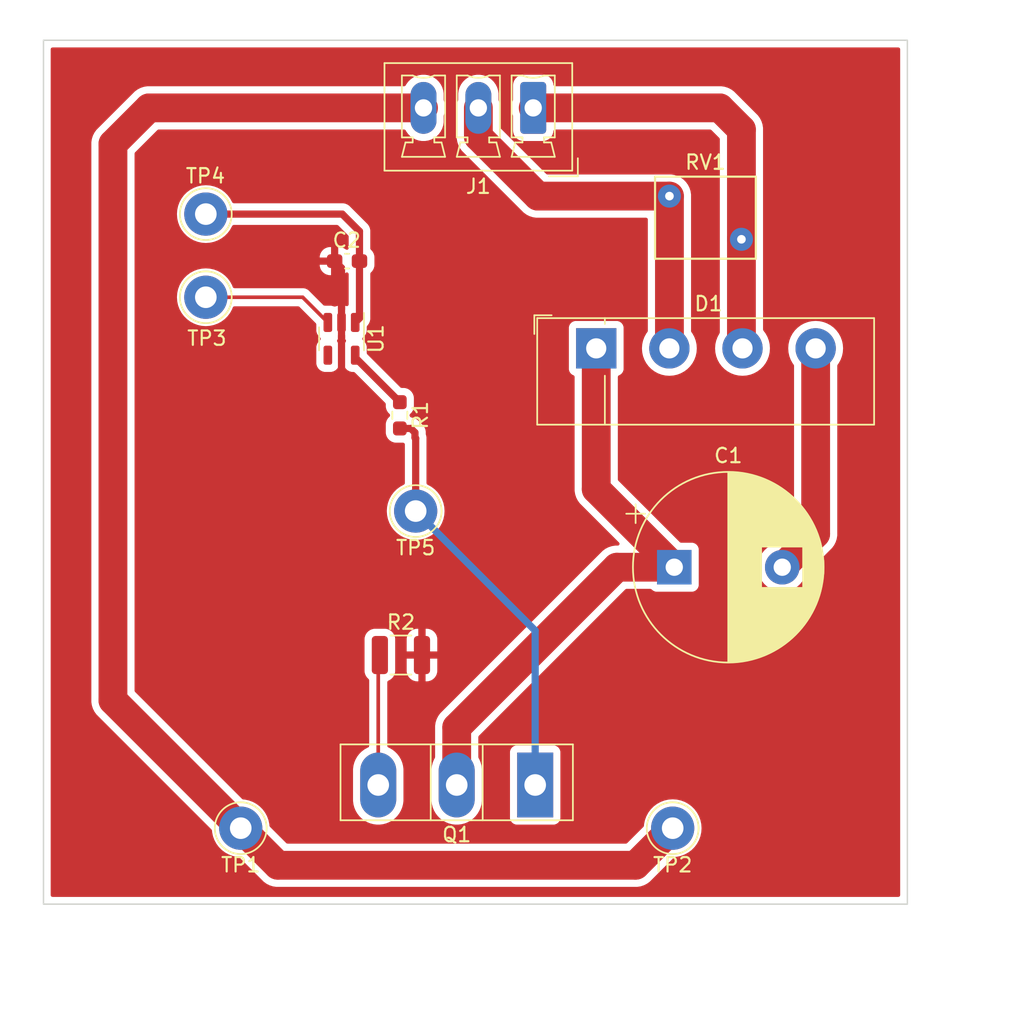
<source format=kicad_pcb>
(kicad_pcb (version 20240108) (generator "pcbnew") (generator_version "8.0")
  (layers (0 "F.Cu" signal) (31 "B.Cu" signal) (34 "B.Paste" user) (35 "F.Paste" user) (36 "B.SilkS" user "B.Silkscreen") (37 "F.SilkS" user "F.Silkscreen") (38 "B.Mask" user) (39 "F.Mask" user) (44 "Edge.Cuts" user))
  (net 0 "")
  (net 1 "GND")
  (net 2 "/+320DC")
  (net 3 "/+20DC")
  (net 4 "/N")
  (net 5 "/L")
  (net 6 "/PE")
  (net 7 "Net-(Q1-S)")
  (net 8 "Net-(Q1-G)")
  (net 9 "Net-(U1-OUT)")
  (net 10 "/PWM")
  (net 12 "Net-(D1--)")
  (footprint "Capacitor_THT:CP_Radial_D13.0mm_P7.50mm" (layer "F.Cu") (at 128.109785 69.875)
    (property "Reference" "C1" (at 3.75 -7.75 0) (layer "F.SilkS"))
    (property "Value" "300uF")
    (fp_line (start -3.334569 -3.715) (end -2.034569 -3.715) (stroke (width 0.12)) (layer "F.SilkS"))
    (fp_line (start -2.684569 -4.365) (end -2.684569 -3.065) (stroke (width 0.12)) (layer "F.SilkS"))
    (fp_line (start 3.75 -6.58) (end 3.75 6.58) (stroke (width 0.12)) (layer "F.SilkS"))
    (fp_line (start 3.79 -6.58) (end 3.79 6.58) (stroke (width 0.12)) (layer "F.SilkS"))
    (fp_line (start 3.83 -6.58) (end 3.83 6.58) (stroke (width 0.12)) (layer "F.SilkS"))
    (fp_line (start 3.87 -6.579) (end 3.87 6.579) (stroke (width 0.12)) (layer "F.SilkS"))
    (fp_line (start 3.91 -6.579) (end 3.91 6.579) (stroke (width 0.12)) (layer "F.SilkS"))
    (fp_line (start 3.95 -6.577) (end 3.95 6.577) (stroke (width 0.12)) (layer "F.SilkS"))
    (fp_line (start 3.99 -6.576) (end 3.99 6.576) (stroke (width 0.12)) (layer "F.SilkS"))
    (fp_line (start 4.03 -6.575) (end 4.03 6.575) (stroke (width 0.12)) (layer "F.SilkS"))
    (fp_line (start 4.07 -6.573) (end 4.07 6.573) (stroke (width 0.12)) (layer "F.SilkS"))
    (fp_line (start 4.11 -6.571) (end 4.11 6.571) (stroke (width 0.12)) (layer "F.SilkS"))
    (fp_line (start 4.15 -6.568) (end 4.15 6.568) (stroke (width 0.12)) (layer "F.SilkS"))
    (fp_line (start 4.19 -6.566) (end 4.19 6.566) (stroke (width 0.12)) (layer "F.SilkS"))
    (fp_line (start 4.23 -6.563) (end 4.23 6.563) (stroke (width 0.12)) (layer "F.SilkS"))
    (fp_line (start 4.27 -6.56) (end 4.27 6.56) (stroke (width 0.12)) (layer "F.SilkS"))
    (fp_line (start 4.31 -6.557) (end 4.31 6.557) (stroke (width 0.12)) (layer "F.SilkS"))
    (fp_line (start 4.35 -6.553) (end 4.35 6.553) (stroke (width 0.12)) (layer "F.SilkS"))
    (fp_line (start 4.39 -6.549) (end 4.39 6.549) (stroke (width 0.12)) (layer "F.SilkS"))
    (fp_line (start 4.43 -6.545) (end 4.43 6.545) (stroke (width 0.12)) (layer "F.SilkS"))
    (fp_line (start 4.471 -6.541) (end 4.471 6.541) (stroke (width 0.12)) (layer "F.SilkS"))
    (fp_line (start 4.511 -6.537) (end 4.511 6.537) (stroke (width 0.12)) (layer "F.SilkS"))
    (fp_line (start 4.551 -6.532) (end 4.551 6.532) (stroke (width 0.12)) (layer "F.SilkS"))
    (fp_line (start 4.591 -6.527) (end 4.591 6.527) (stroke (width 0.12)) (layer "F.SilkS"))
    (fp_line (start 4.631 -6.522) (end 4.631 6.522) (stroke (width 0.12)) (layer "F.SilkS"))
    (fp_line (start 4.671 -6.516) (end 4.671 6.516) (stroke (width 0.12)) (layer "F.SilkS"))
    (fp_line (start 4.711 -6.511) (end 4.711 6.511) (stroke (width 0.12)) (layer "F.SilkS"))
    (fp_line (start 4.751 -6.505) (end 4.751 6.505) (stroke (width 0.12)) (layer "F.SilkS"))
    (fp_line (start 4.791 -6.498) (end 4.791 6.498) (stroke (width 0.12)) (layer "F.SilkS"))
    (fp_line (start 4.831 -6.492) (end 4.831 6.492) (stroke (width 0.12)) (layer "F.SilkS"))
    (fp_line (start 4.871 -6.485) (end 4.871 6.485) (stroke (width 0.12)) (layer "F.SilkS"))
    (fp_line (start 4.911 -6.478) (end 4.911 6.478) (stroke (width 0.12)) (layer "F.SilkS"))
    (fp_line (start 4.951 -6.471) (end 4.951 6.471) (stroke (width 0.12)) (layer "F.SilkS"))
    (fp_line (start 4.991 -6.463) (end 4.991 6.463) (stroke (width 0.12)) (layer "F.SilkS"))
    (fp_line (start 5.031 -6.456) (end 5.031 6.456) (stroke (width 0.12)) (layer "F.SilkS"))
    (fp_line (start 5.071 -6.448) (end 5.071 6.448) (stroke (width 0.12)) (layer "F.SilkS"))
    (fp_line (start 5.111 -6.439) (end 5.111 6.439) (stroke (width 0.12)) (layer "F.SilkS"))
    (fp_line (start 5.151 -6.431) (end 5.151 6.431) (stroke (width 0.12)) (layer "F.SilkS"))
    (fp_line (start 5.191 -6.422) (end 5.191 6.422) (stroke (width 0.12)) (layer "F.SilkS"))
    (fp_line (start 5.231 -6.413) (end 5.231 6.413) (stroke (width 0.12)) (layer "F.SilkS"))
    (fp_line (start 5.271 -6.404) (end 5.271 6.404) (stroke (width 0.12)) (layer "F.SilkS"))
    (fp_line (start 5.311 -6.394) (end 5.311 6.394) (stroke (width 0.12)) (layer "F.SilkS"))
    (fp_line (start 5.351 -6.384) (end 5.351 6.384) (stroke (width 0.12)) (layer "F.SilkS"))
    (fp_line (start 5.391 -6.374) (end 5.391 6.374) (stroke (width 0.12)) (layer "F.SilkS"))
    (fp_line (start 5.431 -6.364) (end 5.431 6.364) (stroke (width 0.12)) (layer "F.SilkS"))
    (fp_line (start 5.471 -6.353) (end 5.471 6.353) (stroke (width 0.12)) (layer "F.SilkS"))
    (fp_line (start 5.511 -6.342) (end 5.511 6.342) (stroke (width 0.12)) (layer "F.SilkS"))
    (fp_line (start 5.551 -6.331) (end 5.551 6.331) (stroke (width 0.12)) (layer "F.SilkS"))
    (fp_line (start 5.591 -6.32) (end 5.591 6.32) (stroke (width 0.12)) (layer "F.SilkS"))
    (fp_line (start 5.631 -6.308) (end 5.631 6.308) (stroke (width 0.12)) (layer "F.SilkS"))
    (fp_line (start 5.671 -6.296) (end 5.671 6.296) (stroke (width 0.12)) (layer "F.SilkS"))
    (fp_line (start 5.711 -6.284) (end 5.711 6.284) (stroke (width 0.12)) (layer "F.SilkS"))
    (fp_line (start 5.751 -6.271) (end 5.751 6.271) (stroke (width 0.12)) (layer "F.SilkS"))
    (fp_line (start 5.791 -6.258) (end 5.791 6.258) (stroke (width 0.12)) (layer "F.SilkS"))
    (fp_line (start 5.831 -6.245) (end 5.831 6.245) (stroke (width 0.12)) (layer "F.SilkS"))
    (fp_line (start 5.871 -6.232) (end 5.871 6.232) (stroke (width 0.12)) (layer "F.SilkS"))
    (fp_line (start 5.911 -6.218) (end 5.911 6.218) (stroke (width 0.12)) (layer "F.SilkS"))
    (fp_line (start 5.951 -6.204) (end 5.951 6.204) (stroke (width 0.12)) (layer "F.SilkS"))
    (fp_line (start 5.991 -6.19) (end 5.991 6.19) (stroke (width 0.12)) (layer "F.SilkS"))
    (fp_line (start 6.031 -6.175) (end 6.031 6.175) (stroke (width 0.12)) (layer "F.SilkS"))
    (fp_line (start 6.071 -6.161) (end 6.071 -1.44) (stroke (width 0.12)) (layer "F.SilkS"))
    (fp_line (start 6.071 1.44) (end 6.071 6.161) (stroke (width 0.12)) (layer "F.SilkS"))
    (fp_line (start 6.111 -6.146) (end 6.111 -1.44) (stroke (width 0.12)) (layer "F.SilkS"))
    (fp_line (start 6.111 1.44) (end 6.111 6.146) (stroke (width 0.12)) (layer "F.SilkS"))
    (fp_line (start 6.151 -6.13) (end 6.151 -1.44) (stroke (width 0.12)) (layer "F.SilkS"))
    (fp_line (start 6.151 1.44) (end 6.151 6.13) (stroke (width 0.12)) (layer "F.SilkS"))
    (fp_line (start 6.191 -6.114) (end 6.191 -1.44) (stroke (width 0.12)) (layer "F.SilkS"))
    (fp_line (start 6.191 1.44) (end 6.191 6.114) (stroke (width 0.12)) (layer "F.SilkS"))
    (fp_line (start 6.231 -6.098) (end 6.231 -1.44) (stroke (width 0.12)) (layer "F.SilkS"))
    (fp_line (start 6.231 1.44) (end 6.231 6.098) (stroke (width 0.12)) (layer "F.SilkS"))
    (fp_line (start 6.271 -6.082) (end 6.271 -1.44) (stroke (width 0.12)) (layer "F.SilkS"))
    (fp_line (start 6.271 1.44) (end 6.271 6.082) (stroke (width 0.12)) (layer "F.SilkS"))
    (fp_line (start 6.311 -6.065) (end 6.311 -1.44) (stroke (width 0.12)) (layer "F.SilkS"))
    (fp_line (start 6.311 1.44) (end 6.311 6.065) (stroke (width 0.12)) (layer "F.SilkS"))
    (fp_line (start 6.351 -6.049) (end 6.351 -1.44) (stroke (width 0.12)) (layer "F.SilkS"))
    (fp_line (start 6.351 1.44) (end 6.351 6.049) (stroke (width 0.12)) (layer "F.SilkS"))
    (fp_line (start 6.391 -6.031) (end 6.391 -1.44) (stroke (width 0.12)) (layer "F.SilkS"))
    (fp_line (start 6.391 1.44) (end 6.391 6.031) (stroke (width 0.12)) (layer "F.SilkS"))
    (fp_line (start 6.431 -6.014) (end 6.431 -1.44) (stroke (width 0.12)) (layer "F.SilkS"))
    (fp_line (start 6.431 1.44) (end 6.431 6.014) (stroke (width 0.12)) (layer "F.SilkS"))
    (fp_line (start 6.471 -5.996) (end 6.471 -1.44) (stroke (width 0.12)) (layer "F.SilkS"))
    (fp_line (start 6.471 1.44) (end 6.471 5.996) (stroke (width 0.12)) (layer "F.SilkS"))
    (fp_line (start 6.511 -5.978) (end 6.511 -1.44) (stroke (width 0.12)) (layer "F.SilkS"))
    (fp_line (start 6.511 1.44) (end 6.511 5.978) (stroke (width 0.12)) (layer "F.SilkS"))
    (fp_line (start 6.551 -5.959) (end 6.551 -1.44) (stroke (width 0.12)) (layer "F.SilkS"))
    (fp_line (start 6.551 1.44) (end 6.551 5.959) (stroke (width 0.12)) (layer "F.SilkS"))
    (fp_line (start 6.591 -5.94) (end 6.591 -1.44) (stroke (width 0.12)) (layer "F.SilkS"))
    (fp_line (start 6.591 1.44) (end 6.591 5.94) (stroke (width 0.12)) (layer "F.SilkS"))
    (fp_line (start 6.631 -5.921) (end 6.631 -1.44) (stroke (width 0.12)) (layer "F.SilkS"))
    (fp_line (start 6.631 1.44) (end 6.631 5.921) (stroke (width 0.12)) (layer "F.SilkS"))
    (fp_line (start 6.671 -5.902) (end 6.671 -1.44) (stroke (width 0.12)) (layer "F.SilkS"))
    (fp_line (start 6.671 1.44) (end 6.671 5.902) (stroke (width 0.12)) (layer "F.SilkS"))
    (fp_line (start 6.711 -5.882) (end 6.711 -1.44) (stroke (width 0.12)) (layer "F.SilkS"))
    (fp_line (start 6.711 1.44) (end 6.711 5.882) (stroke (width 0.12)) (layer "F.SilkS"))
    (fp_line (start 6.751 -5.862) (end 6.751 -1.44) (stroke (width 0.12)) (layer "F.SilkS"))
    (fp_line (start 6.751 1.44) (end 6.751 5.862) (stroke (width 0.12)) (layer "F.SilkS"))
    (fp_line (start 6.791 -5.841) (end 6.791 -1.44) (stroke (width 0.12)) (layer "F.SilkS"))
    (fp_line (start 6.791 1.44) (end 6.791 5.841) (stroke (width 0.12)) (layer "F.SilkS"))
    (fp_line (start 6.831 -5.82) (end 6.831 -1.44) (stroke (width 0.12)) (layer "F.SilkS"))
    (fp_line (start 6.831 1.44) (end 6.831 5.82) (stroke (width 0.12)) (layer "F.SilkS"))
    (fp_line (start 6.871 -5.799) (end 6.871 -1.44) (stroke (width 0.12)) (layer "F.SilkS"))
    (fp_line (start 6.871 1.44) (end 6.871 5.799) (stroke (width 0.12)) (layer "F.SilkS"))
    (fp_line (start 6.911 -5.778) (end 6.911 -1.44) (stroke (width 0.12)) (layer "F.SilkS"))
    (fp_line (start 6.911 1.44) (end 6.911 5.778) (stroke (width 0.12)) (layer "F.SilkS"))
    (fp_line (start 6.951 -5.756) (end 6.951 -1.44) (stroke (width 0.12)) (layer "F.SilkS"))
    (fp_line (start 6.951 1.44) (end 6.951 5.756) (stroke (width 0.12)) (layer "F.SilkS"))
    (fp_line (start 6.991 -5.733) (end 6.991 -1.44) (stroke (width 0.12)) (layer "F.SilkS"))
    (fp_line (start 6.991 1.44) (end 6.991 5.733) (stroke (width 0.12)) (layer "F.SilkS"))
    (fp_line (start 7.031 -5.711) (end 7.031 -1.44) (stroke (width 0.12)) (layer "F.SilkS"))
    (fp_line (start 7.031 1.44) (end 7.031 5.711) (stroke (width 0.12)) (layer "F.SilkS"))
    (fp_line (start 7.071 -5.688) (end 7.071 -1.44) (stroke (width 0.12)) (layer "F.SilkS"))
    (fp_line (start 7.071 1.44) (end 7.071 5.688) (stroke (width 0.12)) (layer "F.SilkS"))
    (fp_line (start 7.111 -5.664) (end 7.111 -1.44) (stroke (width 0.12)) (layer "F.SilkS"))
    (fp_line (start 7.111 1.44) (end 7.111 5.664) (stroke (width 0.12)) (layer "F.SilkS"))
    (fp_line (start 7.151 -5.641) (end 7.151 -1.44) (stroke (width 0.12)) (layer "F.SilkS"))
    (fp_line (start 7.151 1.44) (end 7.151 5.641) (stroke (width 0.12)) (layer "F.SilkS"))
    (fp_line (start 7.191 -5.617) (end 7.191 -1.44) (stroke (width 0.12)) (layer "F.SilkS"))
    (fp_line (start 7.191 1.44) (end 7.191 5.617) (stroke (width 0.12)) (layer "F.SilkS"))
    (fp_line (start 7.231 -5.592) (end 7.231 -1.44) (stroke (width 0.12)) (layer "F.SilkS"))
    (fp_line (start 7.231 1.44) (end 7.231 5.592) (stroke (width 0.12)) (layer "F.SilkS"))
    (fp_line (start 7.271 -5.567) (end 7.271 -1.44) (stroke (width 0.12)) (layer "F.SilkS"))
    (fp_line (start 7.271 1.44) (end 7.271 5.567) (stroke (width 0.12)) (layer "F.SilkS"))
    (fp_line (start 7.311 -5.542) (end 7.311 -1.44) (stroke (width 0.12)) (layer "F.SilkS"))
    (fp_line (start 7.311 1.44) (end 7.311 5.542) (stroke (width 0.12)) (layer "F.SilkS"))
    (fp_line (start 7.351 -5.516) (end 7.351 -1.44) (stroke (width 0.12)) (layer "F.SilkS"))
    (fp_line (start 7.351 1.44) (end 7.351 5.516) (stroke (width 0.12)) (layer "F.SilkS"))
    (fp_line (start 7.391 -5.49) (end 7.391 -1.44) (stroke (width 0.12)) (layer "F.SilkS"))
    (fp_line (start 7.391 1.44) (end 7.391 5.49) (stroke (width 0.12)) (layer "F.SilkS"))
    (fp_line (start 7.431 -5.463) (end 7.431 -1.44) (stroke (width 0.12)) (layer "F.SilkS"))
    (fp_line (start 7.431 1.44) (end 7.431 5.463) (stroke (width 0.12)) (layer "F.SilkS"))
    (fp_line (start 7.471 -5.436) (end 7.471 -1.44) (stroke (width 0.12)) (layer "F.SilkS"))
    (fp_line (start 7.471 1.44) (end 7.471 5.436) (stroke (width 0.12)) (layer "F.SilkS"))
    (fp_line (start 7.511 -5.409) (end 7.511 -1.44) (stroke (width 0.12)) (layer "F.SilkS"))
    (fp_line (start 7.511 1.44) (end 7.511 5.409) (stroke (width 0.12)) (layer "F.SilkS"))
    (fp_line (start 7.551 -5.381) (end 7.551 -1.44) (stroke (width 0.12)) (layer "F.SilkS"))
    (fp_line (start 7.551 1.44) (end 7.551 5.381) (stroke (width 0.12)) (layer "F.SilkS"))
    (fp_line (start 7.591 -5.353) (end 7.591 -1.44) (stroke (width 0.12)) (layer "F.SilkS"))
    (fp_line (start 7.591 1.44) (end 7.591 5.353) (stroke (width 0.12)) (layer "F.SilkS"))
    (fp_line (start 7.631 -5.324) (end 7.631 -1.44) (stroke (width 0.12)) (layer "F.SilkS"))
    (fp_line (start 7.631 1.44) (end 7.631 5.324) (stroke (width 0.12)) (layer "F.SilkS"))
    (fp_line (start 7.671 -5.295) (end 7.671 -1.44) (stroke (width 0.12)) (layer "F.SilkS"))
    (fp_line (start 7.671 1.44) (end 7.671 5.295) (stroke (width 0.12)) (layer "F.SilkS"))
    (fp_line (start 7.711 -5.265) (end 7.711 -1.44) (stroke (width 0.12)) (layer "F.SilkS"))
    (fp_line (start 7.711 1.44) (end 7.711 5.265) (stroke (width 0.12)) (layer "F.SilkS"))
    (fp_line (start 7.751 -5.235) (end 7.751 -1.44) (stroke (width 0.12)) (layer "F.SilkS"))
    (fp_line (start 7.751 1.44) (end 7.751 5.235) (stroke (width 0.12)) (layer "F.SilkS"))
    (fp_line (start 7.791 -5.205) (end 7.791 -1.44) (stroke (width 0.12)) (layer "F.SilkS"))
    (fp_line (start 7.791 1.44) (end 7.791 5.205) (stroke (width 0.12)) (layer "F.SilkS"))
    (fp_line (start 7.831 -5.174) (end 7.831 -1.44) (stroke (width 0.12)) (layer "F.SilkS"))
    (fp_line (start 7.831 1.44) (end 7.831 5.174) (stroke (width 0.12)) (layer "F.SilkS"))
    (fp_line (start 7.871 -5.142) (end 7.871 -1.44) (stroke (width 0.12)) (layer "F.SilkS"))
    (fp_line (start 7.871 1.44) (end 7.871 5.142) (stroke (width 0.12)) (layer "F.SilkS"))
    (fp_line (start 7.911 -5.11) (end 7.911 -1.44) (stroke (width 0.12)) (layer "F.SilkS"))
    (fp_line (start 7.911 1.44) (end 7.911 5.11) (stroke (width 0.12)) (layer "F.SilkS"))
    (fp_line (start 7.951 -5.078) (end 7.951 -1.44) (stroke (width 0.12)) (layer "F.SilkS"))
    (fp_line (start 7.951 1.44) (end 7.951 5.078) (stroke (width 0.12)) (layer "F.SilkS"))
    (fp_line (start 7.991 -5.044) (end 7.991 -1.44) (stroke (width 0.12)) (layer "F.SilkS"))
    (fp_line (start 7.991 1.44) (end 7.991 5.044) (stroke (width 0.12)) (layer "F.SilkS"))
    (fp_line (start 8.031 -5.011) (end 8.031 -1.44) (stroke (width 0.12)) (layer "F.SilkS"))
    (fp_line (start 8.031 1.44) (end 8.031 5.011) (stroke (width 0.12)) (layer "F.SilkS"))
    (fp_line (start 8.071 -4.977) (end 8.071 -1.44) (stroke (width 0.12)) (layer "F.SilkS"))
    (fp_line (start 8.071 1.44) (end 8.071 4.977) (stroke (width 0.12)) (layer "F.SilkS"))
    (fp_line (start 8.111 -4.942) (end 8.111 -1.44) (stroke (width 0.12)) (layer "F.SilkS"))
    (fp_line (start 8.111 1.44) (end 8.111 4.942) (stroke (width 0.12)) (layer "F.SilkS"))
    (fp_line (start 8.151 -4.907) (end 8.151 -1.44) (stroke (width 0.12)) (layer "F.SilkS"))
    (fp_line (start 8.151 1.44) (end 8.151 4.907) (stroke (width 0.12)) (layer "F.SilkS"))
    (fp_line (start 8.191 -4.871) (end 8.191 -1.44) (stroke (width 0.12)) (layer "F.SilkS"))
    (fp_line (start 8.191 1.44) (end 8.191 4.871) (stroke (width 0.12)) (layer "F.SilkS"))
    (fp_line (start 8.231 -4.834) (end 8.231 -1.44) (stroke (width 0.12)) (layer "F.SilkS"))
    (fp_line (start 8.231 1.44) (end 8.231 4.834) (stroke (width 0.12)) (layer "F.SilkS"))
    (fp_line (start 8.271 -4.797) (end 8.271 -1.44) (stroke (width 0.12)) (layer "F.SilkS"))
    (fp_line (start 8.271 1.44) (end 8.271 4.797) (stroke (width 0.12)) (layer "F.SilkS"))
    (fp_line (start 8.311 -4.76) (end 8.311 -1.44) (stroke (width 0.12)) (layer "F.SilkS"))
    (fp_line (start 8.311 1.44) (end 8.311 4.76) (stroke (width 0.12)) (layer "F.SilkS"))
    (fp_line (start 8.351 -4.721) (end 8.351 -1.44) (stroke (width 0.12)) (layer "F.SilkS"))
    (fp_line (start 8.351 1.44) (end 8.351 4.721) (stroke (width 0.12)) (layer "F.SilkS"))
    (fp_line (start 8.391 -4.682) (end 8.391 -1.44) (stroke (width 0.12)) (layer "F.SilkS"))
    (fp_line (start 8.391 1.44) (end 8.391 4.682) (stroke (width 0.12)) (layer "F.SilkS"))
    (fp_line (start 8.431 -4.643) (end 8.431 -1.44) (stroke (width 0.12)) (layer "F.SilkS"))
    (fp_line (start 8.431 1.44) (end 8.431 4.643) (stroke (width 0.12)) (layer "F.SilkS"))
    (fp_line (start 8.471 -4.602) (end 8.471 -1.44) (stroke (width 0.12)) (layer "F.SilkS"))
    (fp_line (start 8.471 1.44) (end 8.471 4.602) (stroke (width 0.12)) (layer "F.SilkS"))
    (fp_line (start 8.511 -4.561) (end 8.511 -1.44) (stroke (width 0.12)) (layer "F.SilkS"))
    (fp_line (start 8.511 1.44) (end 8.511 4.561) (stroke (width 0.12)) (layer "F.SilkS"))
    (fp_line (start 8.551 -4.519) (end 8.551 -1.44) (stroke (width 0.12)) (layer "F.SilkS"))
    (fp_line (start 8.551 1.44) (end 8.551 4.519) (stroke (width 0.12)) (layer "F.SilkS"))
    (fp_line (start 8.591 -4.477) (end 8.591 -1.44) (stroke (width 0.12)) (layer "F.SilkS"))
    (fp_line (start 8.591 1.44) (end 8.591 4.477) (stroke (width 0.12)) (layer "F.SilkS"))
    (fp_line (start 8.631 -4.434) (end 8.631 -1.44) (stroke (width 0.12)) (layer "F.SilkS"))
    (fp_line (start 8.631 1.44) (end 8.631 4.434) (stroke (width 0.12)) (layer "F.SilkS"))
    (fp_line (start 8.671 -4.39) (end 8.671 -1.44) (stroke (width 0.12)) (layer "F.SilkS"))
    (fp_line (start 8.671 1.44) (end 8.671 4.39) (stroke (width 0.12)) (layer "F.SilkS"))
    (fp_line (start 8.711 -4.345) (end 8.711 -1.44) (stroke (width 0.12)) (layer "F.SilkS"))
    (fp_line (start 8.711 1.44) (end 8.711 4.345) (stroke (width 0.12)) (layer "F.SilkS"))
    (fp_line (start 8.751 -4.299) (end 8.751 -1.44) (stroke (width 0.12)) (layer "F.SilkS"))
    (fp_line (start 8.751 1.44) (end 8.751 4.299) (stroke (width 0.12)) (layer "F.SilkS"))
    (fp_line (start 8.791 -4.253) (end 8.791 -1.44) (stroke (width 0.12)) (layer "F.SilkS"))
    (fp_line (start 8.791 1.44) (end 8.791 4.253) (stroke (width 0.12)) (layer "F.SilkS"))
    (fp_line (start 8.831 -4.205) (end 8.831 -1.44) (stroke (width 0.12)) (layer "F.SilkS"))
    (fp_line (start 8.831 1.44) (end 8.831 4.205) (stroke (width 0.12)) (layer "F.SilkS"))
    (fp_line (start 8.871 -4.157) (end 8.871 -1.44) (stroke (width 0.12)) (layer "F.SilkS"))
    (fp_line (start 8.871 1.44) (end 8.871 4.157) (stroke (width 0.12)) (layer "F.SilkS"))
    (fp_line (start 8.911 -4.108) (end 8.911 -1.44) (stroke (width 0.12)) (layer "F.SilkS"))
    (fp_line (start 8.911 1.44) (end 8.911 4.108) (stroke (width 0.12)) (layer "F.SilkS"))
    (fp_line (start 8.951 -4.057) (end 8.951 4.057) (stroke (width 0.12)) (layer "F.SilkS"))
    (fp_line (start 8.991 -4.006) (end 8.991 4.006) (stroke (width 0.12)) (layer "F.SilkS"))
    (fp_line (start 9.031 -3.954) (end 9.031 3.954) (stroke (width 0.12)) (layer "F.SilkS"))
    (fp_line (start 9.071 -3.9) (end 9.071 3.9) (stroke (width 0.12)) (layer "F.SilkS"))
    (fp_line (start 9.111 -3.846) (end 9.111 3.846) (stroke (width 0.12)) (layer "F.SilkS"))
    (fp_line (start 9.151 -3.79) (end 9.151 3.79) (stroke (width 0.12)) (layer "F.SilkS"))
    (fp_line (start 9.191 -3.733) (end 9.191 3.733) (stroke (width 0.12)) (layer "F.SilkS"))
    (fp_line (start 9.231 -3.675) (end 9.231 3.675) (stroke (width 0.12)) (layer "F.SilkS"))
    (fp_line (start 9.271 -3.615) (end 9.271 3.615) (stroke (width 0.12)) (layer "F.SilkS"))
    (fp_line (start 9.311 -3.554) (end 9.311 3.554) (stroke (width 0.12)) (layer "F.SilkS"))
    (fp_line (start 9.351 -3.491) (end 9.351 3.491) (stroke (width 0.12)) (layer "F.SilkS"))
    (fp_line (start 9.391 -3.427) (end 9.391 3.427) (stroke (width 0.12)) (layer "F.SilkS"))
    (fp_line (start 9.431 -3.361) (end 9.431 3.361) (stroke (width 0.12)) (layer "F.SilkS"))
    (fp_line (start 9.471 -3.293) (end 9.471 3.293) (stroke (width 0.12)) (layer "F.SilkS"))
    (fp_line (start 9.511 -3.223) (end 9.511 3.223) (stroke (width 0.12)) (layer "F.SilkS"))
    (fp_line (start 9.551 -3.152) (end 9.551 3.152) (stroke (width 0.12)) (layer "F.SilkS"))
    (fp_line (start 9.591 -3.078) (end 9.591 3.078) (stroke (width 0.12)) (layer "F.SilkS"))
    (fp_line (start 9.631 -3.002) (end 9.631 3.002) (stroke (width 0.12)) (layer "F.SilkS"))
    (fp_line (start 9.671 -2.923) (end 9.671 2.923) (stroke (width 0.12)) (layer "F.SilkS"))
    (fp_line (start 9.711 -2.842) (end 9.711 2.842) (stroke (width 0.12)) (layer "F.SilkS"))
    (fp_line (start 9.751 -2.758) (end 9.751 2.758) (stroke (width 0.12)) (layer "F.SilkS"))
    (fp_line (start 9.791 -2.67) (end 9.791 2.67) (stroke (width 0.12)) (layer "F.SilkS"))
    (fp_line (start 9.831 -2.579) (end 9.831 2.579) (stroke (width 0.12)) (layer "F.SilkS"))
    (fp_line (start 9.871 -2.484) (end 9.871 2.484) (stroke (width 0.12)) (layer "F.SilkS"))
    (fp_line (start 9.911 -2.385) (end 9.911 2.385) (stroke (width 0.12)) (layer "F.SilkS"))
    (fp_line (start 9.951 -2.281) (end 9.951 2.281) (stroke (width 0.12)) (layer "F.SilkS"))
    (fp_line (start 9.991 -2.171) (end 9.991 2.171) (stroke (width 0.12)) (layer "F.SilkS"))
    (fp_line (start 10.031 -2.055) (end 10.031 2.055) (stroke (width 0.12)) (layer "F.SilkS"))
    (fp_line (start 10.071 -1.931) (end 10.071 1.931) (stroke (width 0.12)) (layer "F.SilkS"))
    (fp_line (start 10.111 -1.798) (end 10.111 1.798) (stroke (width 0.12)) (layer "F.SilkS"))
    (fp_line (start 10.151 -1.653) (end 10.151 1.653) (stroke (width 0.12)) (layer "F.SilkS"))
    (fp_line (start 10.191 -1.494) (end 10.191 1.494) (stroke (width 0.12)) (layer "F.SilkS"))
    (fp_line (start 10.231 -1.315) (end 10.231 1.315) (stroke (width 0.12)) (layer "F.SilkS"))
    (fp_line (start 10.271 -1.107) (end 10.271 1.107) (stroke (width 0.12)) (layer "F.SilkS"))
    (fp_line (start 10.311 -0.85) (end 10.311 0.85) (stroke (width 0.12)) (layer "F.SilkS"))
    (fp_line (start 10.351 -0.475) (end 10.351 0.475) (stroke (width 0.12)) (layer "F.SilkS"))
    (fp_circle (center 3.75 0) (end 10.37 0) (stroke (width 0.12)) (fill none) (layer "F.SilkS"))
    (pad "1" thru_hole rect (at 0 0) (size 2.4 2.4) (drill 1.2) (layers "*.Cu" "*.Mask") (net 2 "/+320DC"))
    (pad "2" thru_hole circle (at 7.5 0) (size 2.4 2.4) (drill 1.2) (layers "*.Cu" "*.Mask") (net 12 "Net-(D1--)"))
  )
  (footprint "Package_TO_SOT_SMD:SOT-23-5" (layer "F.Cu") (at 105 54.0125 -90)
    (property "Reference" "U1" (at 0 -2.4 90) (layer "F.SilkS"))
    (property "Value" "FAN3111E")
    (fp_line (start 0 1.56) (end -0.8 1.56) (stroke (width 0.12)) (layer "F.SilkS"))
    (fp_line (start 0 1.56) (end 0.8 1.56) (stroke (width 0.12)) (layer "F.SilkS"))
    (fp_line (start 0 -1.56) (end -1.8 -1.56) (stroke (width 0.12)) (layer "F.SilkS"))
    (fp_line (start 0 -1.56) (end 0.8 -1.56) (stroke (width 0.12)) (layer "F.SilkS"))
    (pad "1" smd roundrect (at -1.1375 -0.95 270) (size 1.325 0.6) (layers "F.Cu" "F.Paste" "F.Mask") (net 3 "/+20DC"))
    (pad "2" smd roundrect (at -1.1375 0 270) (size 1.325 0.6) (layers "F.Cu" "F.Paste" "F.Mask") (net 1 "GND"))
    (pad "3" smd roundrect (at -1.1375 0.95 270) (size 1.325 0.6) (layers "F.Cu" "F.Paste" "F.Mask") (net 10 "/PWM"))
    (pad "4" smd roundrect (at 1.1375 0.95 270) (size 1.325 0.6) (layers "F.Cu" "F.Paste" "F.Mask"))
    (pad "5" smd roundrect (at 1.1375 -0.95 270) (size 1.325 0.6) (layers "F.Cu" "F.Paste" "F.Mask") (net 9 "Net-(U1-OUT)"))
  )
  (footprint "Connector_Pin:Pin_D1.3mm_L11.0mm_LooseFit" (layer "F.Cu") (at 95.575 45.35)
    (property "Reference" "TP4" (at -0.025 -2.65 180) (layer "F.SilkS"))
    (property "Value" "20VDC")
    (fp_circle (center 0 0) (end 1.8 0.05) (stroke (width 0.12)) (fill none) (layer "F.SilkS"))
    (pad "1" thru_hole circle (at 0 0) (size 3 3) (drill 1.5) (layers "*.Cu" "*.Mask") (net 3 "/+20DC"))
  )
  (footprint "Connector_Pin:Pin_D1.3mm_L11.0mm_LooseFit" (layer "F.Cu") (at 128 88)
    (property "Reference" "TP2" (at 0 2.55 0) (layer "F.SilkS"))
    (property "Value" "HeatSink")
    (fp_circle (center 0 0) (end 1.8 0.05) (stroke (width 0.12)) (fill none) (layer "F.SilkS"))
    (pad "1" thru_hole circle (at 0 0) (size 3 3) (drill 1.5) (layers "*.Cu" "*.Mask") (net 6 "/PE"))
  )
  (footprint "Varistor:RV_Disc_D7mm_W5.7mm_P5mm" (layer "F.Cu") (at 132.775 47.1 180)
    (property "Reference" "RV1" (at 2.5 5.35 180) (layer "F.SilkS"))
    (property "Value" "420V")
    (fp_line (start 6 -1.35) (end 6 4.35) (stroke (width 0.15)) (layer "F.SilkS"))
    (fp_line (start -1 4.35) (end 6 4.35) (stroke (width 0.15)) (layer "F.SilkS"))
    (fp_line (start -1 -1.35) (end 6 -1.35) (stroke (width 0.15)) (layer "F.SilkS"))
    (fp_line (start -1 -1.35) (end -1 4.35) (stroke (width 0.15)) (layer "F.SilkS"))
    (pad "1" thru_hole circle (at 0 0 180) (size 1.6 1.6) (drill 0.6) (layers "*.Cu" "*.Mask") (net 5 "/L"))
    (pad "2" thru_hole circle (at 5 3 180) (size 1.6 1.6) (drill 0.6) (layers "*.Cu" "*.Mask") (net 4 "/N"))
  )
  (footprint "Connector_Pin:Pin_D1.3mm_L11.0mm_LooseFit" (layer "F.Cu") (at 110.15 65.975)
    (property "Reference" "TP5" (at 0 2.55 0) (layer "F.SilkS"))
    (property "Value" "TP")
    (fp_circle (center 0 0) (end 1.8 0.05) (stroke (width 0.12)) (fill none) (layer "F.SilkS"))
    (pad "1" thru_hole circle (at 0 0) (size 3 3) (drill 1.5) (layers "*.Cu" "*.Mask") (net 8 "Net-(Q1-G)"))
  )
  (footprint "Capacitor_SMD:C_0603_1608Metric_Pad1.08x0.95mm_HandSolder" (layer "F.Cu") (at 105.3846 48.6156 180)
    (property "Reference" "C2" (at 0.0254 1.4478 180) (layer "F.SilkS"))
    (property "Value" "C")
    (fp_line (start -0.146267 0.51) (end 0.146267 0.51) (stroke (width 0.12)) (layer "F.SilkS"))
    (fp_line (start -0.146267 -0.51) (end 0.146267 -0.51) (stroke (width 0.12)) (layer "F.SilkS"))
    (pad "1" smd roundrect (at -0.8625 0 180) (size 1.075 0.95) (layers "F.Cu" "F.Paste" "F.Mask") (net 3 "/+20DC"))
    (pad "2" smd roundrect (at 0.8625 0 180) (size 1.075 0.95) (layers "F.Cu" "F.Paste" "F.Mask") (net 1 "GND"))
  )
  (footprint "Resistor_SMD:R_1210_3225Metric" (layer "F.Cu") (at 109.125 75.975)
    (property "Reference" "R2" (at 0 -2.28 0) (layer "F.SilkS"))
    (property "Value" "0.1_1210_sense")
    (fp_line (start -0.723737 -1.355) (end 0.723737 -1.355) (stroke (width 0.12)) (layer "F.SilkS"))
    (fp_line (start -0.723737 1.355) (end 0.723737 1.355) (stroke (width 0.12)) (layer "F.SilkS"))
    (pad "1" smd roundrect (at -1.4625 0) (size 1.125 2.65) (layers "F.Cu" "F.Paste" "F.Mask") (roundrect_rratio 0.222222) (net 7 "Net-(Q1-S)"))
    (pad "2" smd roundrect (at 1.4625 0) (size 1.125 2.65) (layers "F.Cu" "F.Paste" "F.Mask") (roundrect_rratio 0.222222) (net 1 "GND"))
  )
  (footprint "Package_TO_SOT_THT:TO-247-3_Vertical" (layer "F.Cu") (at 118.45 85 180)
    (property "Reference" "Q1" (at 5.45 -3.45 180) (layer "F.SilkS"))
    (property "Value" "C3M0120090D")
    (fp_line (start 13.52 -2.451) (end 13.52 2.82) (stroke (width 0.12)) (layer "F.SilkS"))
    (fp_line (start 7.255 -2.451) (end 7.255 2.82) (stroke (width 0.12)) (layer "F.SilkS"))
    (fp_line (start 3.646 -2.451) (end 3.646 2.82) (stroke (width 0.12)) (layer "F.SilkS"))
    (fp_line (start -2.62 2.82) (end 13.52 2.82) (stroke (width 0.12)) (layer "F.SilkS"))
    (fp_line (start -2.62 -2.451) (end 13.52 -2.451) (stroke (width 0.12)) (layer "F.SilkS"))
    (fp_line (start -2.62 -2.451) (end -2.62 2.82) (stroke (width 0.12)) (layer "F.SilkS"))
    (pad "1" thru_hole rect (at 0 0 180) (size 2.5 4.5) (drill 1.5) (layers "*.Cu" "*.Mask") (net 8 "Net-(Q1-G)"))
    (pad "2" thru_hole oval (at 5.45 0 180) (size 2.5 4.5) (drill 1.5) (layers "*.Cu" "*.Mask") (net 2 "/+320DC"))
    (pad "3" thru_hole oval (at 10.9 0 180) (size 2.5 4.5) (drill 1.5) (layers "*.Cu" "*.Mask") (net 7 "Net-(Q1-S)"))
  )
  (footprint "Resistor_SMD:R_0603_1608Metric_Pad0.98x0.95mm_HandSolder" (layer "F.Cu") (at 109.05 59.325 -90)
    (property "Reference" "R1" (at 0 -1.43 90) (layer "F.SilkS"))
    (property "Value" "R_gate_not_fited")
    (fp_line (start -0.254724 0.5225) (end 0.254724 0.5225) (stroke (width 0.12)) (layer "F.SilkS"))
    (fp_line (start -0.254724 -0.5225) (end 0.254724 -0.5225) (stroke (width 0.12)) (layer "F.SilkS"))
    (pad "1" smd roundrect (at -0.9125 0 270) (size 0.975 0.95) (layers "F.Cu" "F.Paste" "F.Mask") (net 9 "Net-(U1-OUT)"))
    (pad "2" smd roundrect (at 0.9125 0 270) (size 0.975 0.95) (layers "F.Cu" "F.Paste" "F.Mask") (net 8 "Net-(Q1-G)"))
  )
  (footprint "Connector_Pin:Pin_D1.3mm_L11.0mm_LooseFit" (layer "F.Cu") (at 95.575 51.125)
    (property "Reference" "TP3" (at 0.075 2.85 0) (layer "F.SilkS"))
    (property "Value" "PWM")
    (fp_circle (center 0 0) (end 1.8 0.05) (stroke (width 0.12)) (fill none) (layer "F.SilkS"))
    (pad "1" thru_hole circle (at 0 0) (size 3 3) (drill 1.5) (layers "*.Cu" "*.Mask") (net 10 "/PWM"))
  )
  (footprint "Connector_Pin:Pin_D1.3mm_L11.0mm_LooseFit" (layer "F.Cu") (at 98 88)
    (property "Reference" "TP1" (at 0 2.55 0) (layer "F.SilkS"))
    (property "Value" "HeatSink")
    (fp_circle (center 0 0) (end 1.8 0.05) (stroke (width 0.12)) (fill none) (layer "F.SilkS"))
    (pad "1" thru_hole circle (at 0 0) (size 3 3) (drill 1.5) (layers "*.Cu" "*.Mask") (net 6 "/PE"))
  )
  (footprint "Connector_Phoenix_MC:PhoenixContact_MCV_1,5_3-G-3.81_1x03_P3.81mm_Vertical" (layer "F.Cu") (at 118.3132 37.973 180)
    (property "Reference" "J1" (at 3.81 -5.45 180) (layer "F.SilkS"))
    (property "Value" "Conn_01x03_Pin")
    (fp_line (start 10.33 3.11) (end 10.33 -4.36) (stroke (width 0.12)) (layer "F.SilkS"))
    (fp_line (start 10.33 -4.36) (end -2.71 -4.36) (stroke (width 0.12)) (layer "F.SilkS"))
    (fp_line (start 9.12 2.25) (end 8.37 2.25) (stroke (width 0.12)) (layer "F.SilkS"))
    (fp_line (start 9.12 -2.05) (end 9.12 2.25) (stroke (width 0.12)) (layer "F.SilkS"))
    (fp_line (start 9.12 -3.4) (end 8.87 -2.4) (stroke (width 0.12)) (layer "F.SilkS"))
    (fp_line (start 8.87 -2.4) (end 8.37 -2.4) (stroke (width 0.12)) (layer "F.SilkS"))
    (fp_line (start 8.37 -2.05) (end 9.12 -2.05) (stroke (width 0.12)) (layer "F.SilkS"))
    (fp_line (start 8.37 -2.4) (end 8.37 -2.05) (stroke (width 0.12)) (layer "F.SilkS"))
    (fp_line (start 6.87 2.25) (end 6.12 2.25) (stroke (width 0.12)) (layer "F.SilkS"))
    (fp_line (start 6.87 -2.05) (end 6.87 -2.4) (stroke (width 0.12)) (layer "F.SilkS"))
    (fp_line (start 6.87 -2.4) (end 6.37 -2.4) (stroke (width 0.12)) (layer "F.SilkS"))
    (fp_line (start 6.37 -2.4) (end 6.12 -3.4) (stroke (width 0.12)) (layer "F.SilkS"))
    (fp_line (start 6.12 2.25) (end 6.12 -2.05) (stroke (width 0.12)) (layer "F.SilkS"))
    (fp_line (start 6.12 -2.05) (end 6.87 -2.05) (stroke (width 0.12)) (layer "F.SilkS"))
    (fp_line (start 6.12 -3.4) (end 9.12 -3.4) (stroke (width 0.12)) (layer "F.SilkS"))
    (fp_line (start 5.31 2.25) (end 4.56 2.25) (stroke (width 0.12)) (layer "F.SilkS"))
    (fp_line (start 5.31 -2.05) (end 5.31 2.25) (stroke (width 0.12)) (layer "F.SilkS"))
    (fp_line (start 5.31 -3.4) (end 5.06 -2.4) (stroke (width 0.12)) (layer "F.SilkS"))
    (fp_line (start 5.06 -2.4) (end 4.56 -2.4) (stroke (width 0.12)) (layer "F.SilkS"))
    (fp_line (start 4.56 -2.05) (end 5.31 -2.05) (stroke (width 0.12)) (layer "F.SilkS"))
    (fp_line (start 4.56 -2.4) (end 4.56 -2.05) (stroke (width 0.12)) (layer "F.SilkS"))
    (fp_line (start 3.06 2.25) (end 2.31 2.25) (stroke (width 0.12)) (layer "F.SilkS"))
    (fp_line (start 3.06 -2.05) (end 3.06 -2.4) (stroke (width 0.12)) (layer "F.SilkS"))
    (fp_line (start 3.06 -2.4) (end 2.56 -2.4) (stroke (width 0.12)) (layer "F.SilkS"))
    (fp_line (start 2.56 -2.4) (end 2.31 -3.4) (stroke (width 0.12)) (layer "F.SilkS"))
    (fp_line (start 2.31 2.25) (end 2.31 -2.05) (stroke (width 0.12)) (layer "F.SilkS"))
    (fp_line (start 2.31 -2.05) (end 3.06 -2.05) (stroke (width 0.12)) (layer "F.SilkS"))
    (fp_line (start 2.31 -3.4) (end 5.31 -3.4) (stroke (width 0.12)) (layer "F.SilkS"))
    (fp_line (start 1.5 2.25) (end 0.75 2.25) (stroke (width 0.12)) (layer "F.SilkS"))
    (fp_line (start 1.5 -2.05) (end 1.5 2.25) (stroke (width 0.12)) (layer "F.SilkS"))
    (fp_line (start 1.5 -3.4) (end 1.25 -2.4) (stroke (width 0.12)) (layer "F.SilkS"))
    (fp_line (start 1.25 -2.4) (end 0.75 -2.4) (stroke (width 0.12)) (layer "F.SilkS"))
    (fp_line (start 0.75 -2.05) (end 1.5 -2.05) (stroke (width 0.12)) (layer "F.SilkS"))
    (fp_line (start 0.75 -2.4) (end 0.75 -2.05) (stroke (width 0.12)) (layer "F.SilkS"))
    (fp_line (start -0.75 2.25) (end -1.5 2.25) (stroke (width 0.12)) (layer "F.SilkS"))
    (fp_line (start -0.75 -2.05) (end -0.75 -2.4) (stroke (width 0.12)) (layer "F.SilkS"))
    (fp_line (start -0.75 -2.4) (end -1.25 -2.4) (stroke (width 0.12)) (layer "F.SilkS"))
    (fp_line (start -1.25 -2.4) (end -1.5 -3.4) (stroke (width 0.12)) (layer "F.SilkS"))
    (fp_line (start -1.5 2.25) (end -1.5 -2.05) (stroke (width 0.12)) (layer "F.SilkS"))
    (fp_line (start -1.5 -2.05) (end -0.75 -2.05) (stroke (width 0.12)) (layer "F.SilkS"))
    (fp_line (start -1.5 -3.4) (end 1.5 -3.4) (stroke (width 0.12)) (layer "F.SilkS"))
    (fp_line (start -2.71 3.11) (end 10.33 3.11) (stroke (width 0.12)) (layer "F.SilkS"))
    (fp_line (start -2.71 -4.36) (end -2.71 3.11) (stroke (width 0.12)) (layer "F.SilkS"))
    (fp_line (start -3.1 -3.5) (end -3.1 -4.75) (stroke (width 0.12)) (layer "F.SilkS"))
    (fp_line (start -3.1 -4.75) (end -1.1 -4.75) (stroke (width 0.12)) (layer "F.SilkS"))
    (fp_arc (start 6.87 2.25) (mid 7.619807 2.09191) (end 8.369647 2.249844) (stroke (width 0.12)) (layer "F.SilkS"))
    (fp_arc (start 3.06 2.25) (mid 3.809807 2.09191) (end 4.559647 2.249844) (stroke (width 0.12)) (layer "F.SilkS"))
    (fp_arc (start -0.75 2.25) (mid -0.000193 2.09191) (end 0.749647 2.249844) (stroke (width 0.12)) (layer "F.SilkS"))
    (pad "1" thru_hole roundrect (at 0 0 180) (size 1.8 3.6) (drill 1.2) (layers "*.Cu" "*.Mask") (roundrect_rratio 0.138889) (net 5 "/L"))
    (pad "2" thru_hole oval (at 3.81 0 180) (size 1.8 3.6) (drill 1.2) (layers "*.Cu" "*.Mask") (net 4 "/N"))
    (pad "3" thru_hole oval (at 7.62 0 180) (size 1.8 3.6) (drill 1.2) (layers "*.Cu" "*.Mask") (net 6 "/PE"))
  )
  (footprint "Diode_THT:Diode_Bridge_Vishay_KBU" (layer "F.Cu") (at 122.69 54.675)
    (property "Reference" "D1" (at 7.8 -3.1 0) (layer "F.SilkS"))
    (property "Value" "model_+_max_current")
    (fp_line (start -4.3 -2.3) (end -3.1 -2.3) (stroke (width 0.12)) (layer "F.SilkS"))
    (fp_line (start -4.3 -1) (end -4.3 -2.3) (stroke (width 0.12)) (layer "F.SilkS"))
    (fp_line (start -4.1 -2.1) (end -4.1 5.3) (stroke (width 0.12)) (layer "F.SilkS"))
    (fp_line (start -4.1 5.3) (end 19.3 5.3) (stroke (width 0.12)) (layer "F.SilkS"))
    (fp_line (start 0.6 -1.7) (end 0.6 -2.1) (stroke (width 0.12)) (layer "F.SilkS"))
    (fp_line (start 0.6 1.9) (end 0.6 5.3) (stroke (width 0.12)) (layer "F.SilkS"))
    (fp_line (start 19.3 -2.1) (end -4.1 -2.1) (stroke (width 0.12)) (layer "F.SilkS"))
    (fp_line (start 19.3 5.3) (end 19.3 -2.1) (stroke (width 0.12)) (layer "F.SilkS"))
    (pad "1" thru_hole rect (at 0 0) (size 2.8 2.8) (drill 1.4) (layers "*.Cu" "*.Mask") (net 2 "/+320DC"))
    (pad "2" thru_hole circle (at 5.08 0) (size 2.8 2.8) (drill 1.4) (layers "*.Cu" "*.Mask") (net 4 "/N"))
    (pad "3" thru_hole circle (at 10.16 0) (size 2.8 2.8) (drill 1.4) (layers "*.Cu" "*.Mask") (net 5 "/L"))
    (pad "4" thru_hole circle (at 15.24 0) (size 2.8 2.8) (drill 1.4) (layers "*.Cu" "*.Mask") (net 12 "Net-(D1--)"))
  )
  (gr_rect (start 84.3 33.275) (end 144.3 93.275) (stroke (width 0.1)) (fill none) (layer "Edge.Cuts"))
  (segment (start 104.5221 48.6156) (end 105 49.0935) (width 0.5) (layer "F.Cu") (net 1))
  (segment (start 105 52.875) (end 105 68.375) (width 0.5) (layer "F.Cu") (net 1))
  (segment (start 110.5875 73.9625) (end 110.5875 75.975) (width 0.5) (layer "F.Cu") (net 1))
  (segment (start 105 68.375) (end 110.5875 73.9625) (width 0.5) (layer "F.Cu") (net 1))
  (segment (start 105 49.0935) (end 105 52.875) (width 0.5) (layer "F.Cu") (net 1))
  (segment (start 113 81) (end 124.125 69.875) (width 2) (layer "F.Cu") (net 2))
  (segment (start 124.125 69.875) (end 128.109785 69.875) (width 2) (layer "F.Cu") (net 2))
  (segment (start 113 85) (end 113 81) (width 2) (layer "F.Cu") (net 2))
  (segment (start 122.69 54.675) (end 122.69 64.455215) (width 2) (layer "F.Cu") (net 2))
  (segment (start 122.69 64.455215) (end 128.109785 69.875) (width 2) (layer "F.Cu") (net 2))
  (segment (start 106.2471 48.6156) (end 106.2471 52.5779) (width 0.5) (layer "F.Cu") (net 3))
  (segment (start 105.05 45.35) (end 106.2471 46.5471) (width 0.5) (layer "F.Cu") (net 3))
  (segment (start 95.575 45.35) (end 105.05 45.35) (width 0.5) (layer "F.Cu") (net 3))
  (segment (start 106.2471 52.5779) (end 105.95 52.875) (width 0.5) (layer "F.Cu") (net 3))
  (segment (start 106.2471 46.5471) (end 106.2471 48.6156) (width 0.5) (layer "F.Cu") (net 3))
  (segment (start 114.5032 39.973) (end 118.6302 44.1) (width 2) (layer "F.Cu") (net 4))
  (segment (start 118.6302 44.1) (end 127.775 44.1) (width 2) (layer "F.Cu") (net 4))
  (segment (start 114.5032 37.973) (end 114.5032 39.973) (width 2) (layer "F.Cu") (net 4))
  (segment (start 127.775 54.67) (end 127.77 54.675) (width 2) (layer "F.Cu") (net 4))
  (segment (start 127.775 44.1) (end 127.775 54.67) (width 2) (layer "F.Cu") (net 4))
  (segment (start 132.775 54.6) (end 132.85 54.675) (width 2) (layer "F.Cu") (net 5))
  (segment (start 131.273 37.973) (end 132.775 39.475) (width 2) (layer "F.Cu") (net 5))
  (segment (start 132.775 39.475) (end 132.775 47.1) (width 2) (layer "F.Cu") (net 5))
  (segment (start 132.775 47.1) (end 132.775 54.6) (width 2) (layer "F.Cu") (net 5))
  (segment (start 118.3132 37.973) (end 131.273 37.973) (width 2) (layer "F.Cu") (net 5))
  (segment (start 100.575 90.575) (end 125.425 90.575) (width 2) (layer "F.Cu") (net 6))
  (segment (start 91.627 37.973) (end 89.125 40.475) (width 2) (layer "F.Cu") (net 6))
  (segment (start 125.425 90.575) (end 128 88) (width 2) (layer "F.Cu") (net 6))
  (segment (start 89.125 79.125) (end 98 88) (width 2) (layer "F.Cu") (net 6))
  (segment (start 98 88) (end 100.575 90.575) (width 2) (layer "F.Cu") (net 6))
  (segment (start 89.125 40.475) (end 89.125 79.125) (width 2) (layer "F.Cu") (net 6))
  (segment (start 110.6932 37.973) (end 91.627 37.973) (width 2) (layer "F.Cu") (net 6))
  (segment (start 107.55 85) (end 107.55 76.0875) (width 0.254) (layer "F.Cu") (net 7))
  (segment (start 107.55 76.0875) (end 107.6625 75.975) (width 0.254) (layer "F.Cu") (net 7))
  (segment (start 109.8125 60.2375) (end 110.1 60.525) (width 0.5) (layer "F.Cu") (net 8))
  (segment (start 110.15 60.925) (end 110.15 65.975) (width 0.5) (layer "F.Cu") (net 8))
  (segment (start 110.1 60.525) (end 110.1 60.875) (width 0.5) (layer "F.Cu") (net 8))
  (segment (start 109.05 60.2375) (end 109.8125 60.2375) (width 0.5) (layer "F.Cu") (net 8))
  (segment (start 110.1 60.875) (end 110.15 60.925) (width 0.5) (layer "F.Cu") (net 8))
  (segment (start 118.45 74.275) (end 118.45 85) (width 0.5) (layer "B.Cu") (net 8))
  (segment (start 110.15 65.975) (end 118.45 74.275) (width 0.5) (layer "B.Cu") (net 8))
  (segment (start 105.95 55.3125) (end 109.05 58.4125) (width 0.5) (layer "F.Cu") (net 9))
  (segment (start 105.95 55.15) (end 105.95 55.3125) (width 0.5) (layer "F.Cu") (net 9))
  (segment (start 95.575 51.125) (end 102.3 51.125) (width 0.254) (layer "F.Cu") (net 10))
  (segment (start 102.3 51.125) (end 104.05 52.875) (width 0.254) (layer "F.Cu") (net 10))
  (segment (start 137.93 54.675) (end 137.95 54.675) (width 2) (layer "F.Cu") (net 12))
  (segment (start 137.93 67.554785) (end 135.609785 69.875) (width 2) (layer "F.Cu") (net 12))
  (segment (start 137.93 54.675) (end 137.93 67.554785) (width 2) (layer "F.Cu") (net 12))
  (segment (start 137.95 54.675) (end 138.1 54.825) (width 2) (layer "F.Cu") (net 12))
  (zone (net 1) (net_name "GND") (layer "F.Cu") (connect_pads (clearance 0.5)) (min_thickness 0.25) (fill yes (thermal_gap 0.5) (thermal_bridge_width 0.5))
    (polygon (pts (xy 81.28 30.48) (xy 152.4 30.48) (xy 152.4 101.6) (xy 81.28 101.6)))
  )
)
</source>
